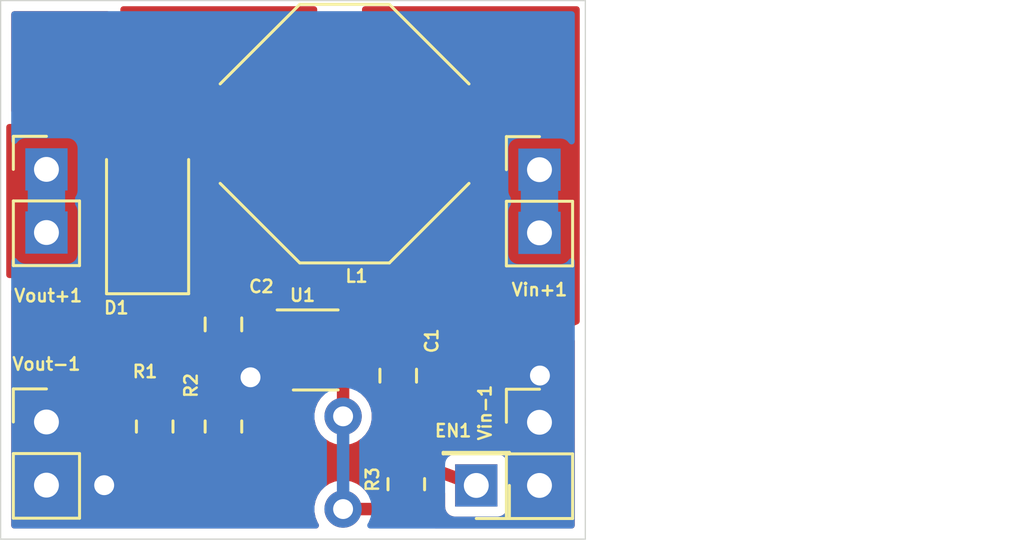
<source format=kicad_pcb>
(kicad_pcb (version 20171130) (host pcbnew "(5.1.10)-1")

  (general
    (thickness 1.6)
    (drawings 6)
    (tracks 40)
    (zones 0)
    (modules 13)
    (nets 9)
  )

  (page A4)
  (layers
    (0 F.Cu signal)
    (31 B.Cu signal)
    (32 B.Adhes user)
    (33 F.Adhes user)
    (34 B.Paste user)
    (35 F.Paste user)
    (36 B.SilkS user)
    (37 F.SilkS user)
    (38 B.Mask user)
    (39 F.Mask user)
    (40 Dwgs.User user)
    (41 Cmts.User user)
    (42 Eco1.User user)
    (43 Eco2.User user)
    (44 Edge.Cuts user)
    (45 Margin user)
    (46 B.CrtYd user)
    (47 F.CrtYd user)
    (48 B.Fab user)
    (49 F.Fab user)
  )

  (setup
    (last_trace_width 0.25)
    (user_trace_width 0.5)
    (user_trace_width 1)
    (user_trace_width 1.5)
    (user_trace_width 2)
    (user_trace_width 2.5)
    (trace_clearance 0.2)
    (zone_clearance 0.4)
    (zone_45_only no)
    (trace_min 0.2)
    (via_size 0.8)
    (via_drill 0.4)
    (via_min_size 0.4)
    (via_min_drill 0.3)
    (uvia_size 0.3)
    (uvia_drill 0.1)
    (uvias_allowed no)
    (uvia_min_size 0.2)
    (uvia_min_drill 0.1)
    (edge_width 0.05)
    (segment_width 0.2)
    (pcb_text_width 0.3)
    (pcb_text_size 1.5 1.5)
    (mod_edge_width 0.12)
    (mod_text_size 1 1)
    (mod_text_width 0.15)
    (pad_size 1.7 1.7)
    (pad_drill 1)
    (pad_to_mask_clearance 0)
    (aux_axis_origin 0 0)
    (grid_origin 63.13 47.29)
    (visible_elements 7FFFFFFF)
    (pcbplotparams
      (layerselection 0x010fc_ffffffff)
      (usegerberextensions false)
      (usegerberattributes true)
      (usegerberadvancedattributes true)
      (creategerberjobfile true)
      (excludeedgelayer true)
      (linewidth 0.100000)
      (plotframeref false)
      (viasonmask false)
      (mode 1)
      (useauxorigin false)
      (hpglpennumber 1)
      (hpglpenspeed 20)
      (hpglpendiameter 15.000000)
      (psnegative false)
      (psa4output false)
      (plotreference true)
      (plotvalue true)
      (plotinvisibletext false)
      (padsonsilk false)
      (subtractmaskfromsilk false)
      (outputformat 1)
      (mirror false)
      (drillshape 0)
      (scaleselection 1)
      (outputdirectory "gerber/"))
  )

  (net 0 "")
  (net 1 "Net-(C1-Pad1)")
  (net 2 "Net-(C2-Pad1)")
  (net 3 "Net-(D1-Pad2)")
  (net 4 "Net-(R1-Pad2)")
  (net 5 "Net-(U1-Pad6)")
  (net 6 "Net-(EN1-Pad1)")
  (net 7 GND)
  (net 8 "Net-(R3-Pad2)")

  (net_class Default "This is the default net class."
    (clearance 0.2)
    (trace_width 0.25)
    (via_dia 0.8)
    (via_drill 0.4)
    (uvia_dia 0.3)
    (uvia_drill 0.1)
    (add_net GND)
    (add_net "Net-(C1-Pad1)")
    (add_net "Net-(C2-Pad1)")
    (add_net "Net-(D1-Pad2)")
    (add_net "Net-(EN1-Pad1)")
    (add_net "Net-(R1-Pad2)")
    (add_net "Net-(R3-Pad2)")
    (add_net "Net-(U1-Pad6)")
  )

  (module Resistor_SMD:R_0805_2012Metric_Pad1.20x1.40mm_HandSolder (layer F.Cu) (tedit 5F68FEEE) (tstamp 61913B12)
    (at 59.81 52.32 270)
    (descr "Resistor SMD 0805 (2012 Metric), square (rectangular) end terminal, IPC_7351 nominal with elongated pad for handsoldering. (Body size source: IPC-SM-782 page 72, https://www.pcb-3d.com/wordpress/wp-content/uploads/ipc-sm-782a_amendment_1_and_2.pdf), generated with kicad-footprint-generator")
    (tags "resistor handsolder")
    (path /61863AB4)
    (attr smd)
    (fp_text reference R3 (at -0.19 1.36 90) (layer F.SilkS)
      (effects (font (size 0.5 0.5) (thickness 0.1)))
    )
    (fp_text value 4.7k (at -2.2225 -0.0635) (layer F.Fab)
      (effects (font (size 0.5 0.5) (thickness 0.1)))
    )
    (fp_line (start 1.85 0.95) (end -1.85 0.95) (layer F.CrtYd) (width 0.05))
    (fp_line (start 1.85 -0.95) (end 1.85 0.95) (layer F.CrtYd) (width 0.05))
    (fp_line (start -1.85 -0.95) (end 1.85 -0.95) (layer F.CrtYd) (width 0.05))
    (fp_line (start -1.85 0.95) (end -1.85 -0.95) (layer F.CrtYd) (width 0.05))
    (fp_line (start -0.227064 0.735) (end 0.227064 0.735) (layer F.SilkS) (width 0.12))
    (fp_line (start -0.227064 -0.735) (end 0.227064 -0.735) (layer F.SilkS) (width 0.12))
    (fp_line (start 1 0.625) (end -1 0.625) (layer F.Fab) (width 0.1))
    (fp_line (start 1 -0.625) (end 1 0.625) (layer F.Fab) (width 0.1))
    (fp_line (start -1 -0.625) (end 1 -0.625) (layer F.Fab) (width 0.1))
    (fp_line (start -1 0.625) (end -1 -0.625) (layer F.Fab) (width 0.1))
    (fp_text user %R (at 0 0 90) (layer F.Fab)
      (effects (font (size 0.5 0.5) (thickness 0.08)))
    )
    (pad 1 smd roundrect (at -1 0 270) (size 1.2 1.4) (layers F.Cu F.Paste F.Mask) (roundrect_rratio 0.2083325)
      (net 6 "Net-(EN1-Pad1)"))
    (pad 2 smd roundrect (at 1 0 270) (size 1.2 1.4) (layers F.Cu F.Paste F.Mask) (roundrect_rratio 0.2083325)
      (net 8 "Net-(R3-Pad2)"))
    (model ${KISYS3DMOD}/Resistor_SMD.3dshapes/R_0805_2012Metric.wrl
      (at (xyz 0 0 0))
      (scale (xyz 1 1 1))
      (rotate (xyz 0 0 0))
    )
  )

  (module Capacitor_SMD:C_0805_2012Metric_Pad1.18x1.45mm_HandSolder (layer F.Cu) (tedit 5F68FEEF) (tstamp 618E8B93)
    (at 59.4851 47.9543 270)
    (descr "Capacitor SMD 0805 (2012 Metric), square (rectangular) end terminal, IPC_7351 nominal with elongated pad for handsoldering. (Body size source: IPC-SM-782 page 76, https://www.pcb-3d.com/wordpress/wp-content/uploads/ipc-sm-782a_amendment_1_and_2.pdf, https://docs.google.com/spreadsheets/d/1BsfQQcO9C6DZCsRaXUlFlo91Tg2WpOkGARC1WS5S8t0/edit?usp=sharing), generated with kicad-footprint-generator")
    (tags "capacitor handsolder")
    (path /61784199)
    (attr smd)
    (fp_text reference C1 (at -1.402 -1.349 270) (layer F.SilkS)
      (effects (font (size 0.5 0.5) (thickness 0.1)))
    )
    (fp_text value 22u (at 0 1.68 90) (layer F.Fab)
      (effects (font (size 1 1) (thickness 0.15)))
    )
    (fp_line (start 1.88 0.98) (end -1.88 0.98) (layer F.CrtYd) (width 0.05))
    (fp_line (start 1.88 -0.98) (end 1.88 0.98) (layer F.CrtYd) (width 0.05))
    (fp_line (start -1.88 -0.98) (end 1.88 -0.98) (layer F.CrtYd) (width 0.05))
    (fp_line (start -1.88 0.98) (end -1.88 -0.98) (layer F.CrtYd) (width 0.05))
    (fp_line (start -0.261252 0.735) (end 0.261252 0.735) (layer F.SilkS) (width 0.12))
    (fp_line (start -0.261252 -0.735) (end 0.261252 -0.735) (layer F.SilkS) (width 0.12))
    (fp_line (start 1 0.625) (end -1 0.625) (layer F.Fab) (width 0.1))
    (fp_line (start 1 -0.625) (end 1 0.625) (layer F.Fab) (width 0.1))
    (fp_line (start -1 -0.625) (end 1 -0.625) (layer F.Fab) (width 0.1))
    (fp_line (start -1 0.625) (end -1 -0.625) (layer F.Fab) (width 0.1))
    (fp_text user %R (at 0 0 90) (layer F.Fab)
      (effects (font (size 0.5 0.5) (thickness 0.08)))
    )
    (pad 1 smd roundrect (at -1.0375 0 270) (size 1.175 1.45) (layers F.Cu F.Paste F.Mask) (roundrect_rratio 0.2127659574468085)
      (net 1 "Net-(C1-Pad1)"))
    (pad 2 smd roundrect (at 1.0375 0 270) (size 1.175 1.45) (layers F.Cu F.Paste F.Mask) (roundrect_rratio 0.2127659574468085)
      (net 7 GND))
    (model ${KISYS3DMOD}/Capacitor_SMD.3dshapes/C_0805_2012Metric.wrl
      (at (xyz 0 0 0))
      (scale (xyz 1 1 1))
      (rotate (xyz 0 0 0))
    )
  )

  (module Capacitor_SMD:C_0805_2012Metric_Pad1.18x1.45mm_HandSolder (layer F.Cu) (tedit 5F68FEEF) (tstamp 618E88AE)
    (at 52.462 45.8925 270)
    (descr "Capacitor SMD 0805 (2012 Metric), square (rectangular) end terminal, IPC_7351 nominal with elongated pad for handsoldering. (Body size source: IPC-SM-782 page 76, https://www.pcb-3d.com/wordpress/wp-content/uploads/ipc-sm-782a_amendment_1_and_2.pdf, https://docs.google.com/spreadsheets/d/1BsfQQcO9C6DZCsRaXUlFlo91Tg2WpOkGARC1WS5S8t0/edit?usp=sharing), generated with kicad-footprint-generator")
    (tags "capacitor handsolder")
    (path /61784BDC)
    (attr smd)
    (fp_text reference C2 (at -1.5235 -1.524 180) (layer F.SilkS)
      (effects (font (size 0.5 0.5) (thickness 0.1)))
    )
    (fp_text value 22u (at -2.7505 0.95 270) (layer F.Fab)
      (effects (font (size 0.5 0.5) (thickness 0.1)))
    )
    (fp_line (start -1 0.625) (end -1 -0.625) (layer F.Fab) (width 0.1))
    (fp_line (start -1 -0.625) (end 1 -0.625) (layer F.Fab) (width 0.1))
    (fp_line (start 1 -0.625) (end 1 0.625) (layer F.Fab) (width 0.1))
    (fp_line (start 1 0.625) (end -1 0.625) (layer F.Fab) (width 0.1))
    (fp_line (start -0.261252 -0.735) (end 0.261252 -0.735) (layer F.SilkS) (width 0.12))
    (fp_line (start -0.261252 0.735) (end 0.261252 0.735) (layer F.SilkS) (width 0.12))
    (fp_line (start -1.88 0.98) (end -1.88 -0.98) (layer F.CrtYd) (width 0.05))
    (fp_line (start -1.88 -0.98) (end 1.88 -0.98) (layer F.CrtYd) (width 0.05))
    (fp_line (start 1.88 -0.98) (end 1.88 0.98) (layer F.CrtYd) (width 0.05))
    (fp_line (start 1.88 0.98) (end -1.88 0.98) (layer F.CrtYd) (width 0.05))
    (fp_text user %R (at 0 0 90) (layer F.Fab)
      (effects (font (size 0.5 0.5) (thickness 0.08)))
    )
    (pad 2 smd roundrect (at 1.0375 0 270) (size 1.175 1.45) (layers F.Cu F.Paste F.Mask) (roundrect_rratio 0.2127659574468085)
      (net 7 GND))
    (pad 1 smd roundrect (at -1.0375 0 270) (size 1.175 1.45) (layers F.Cu F.Paste F.Mask) (roundrect_rratio 0.2127659574468085)
      (net 2 "Net-(C2-Pad1)"))
    (model ${KISYS3DMOD}/Capacitor_SMD.3dshapes/C_0805_2012Metric.wrl
      (at (xyz 0 0 0))
      (scale (xyz 1 1 1))
      (rotate (xyz 0 0 0))
    )
  )

  (module Diode_SMD:D_SMA (layer F.Cu) (tedit 586432E5) (tstamp 61913424)
    (at 49.414 41.26 90)
    (descr "Diode SMA (DO-214AC)")
    (tags "Diode SMA (DO-214AC)")
    (path /61783057)
    (attr smd)
    (fp_text reference D1 (at -3.964 -1.256 180) (layer F.SilkS)
      (effects (font (size 0.5 0.5) (thickness 0.1)))
    )
    (fp_text value SS34 (at 2.64 2.3 90) (layer F.Fab)
      (effects (font (size 0.5 0.5) (thickness 0.1)))
    )
    (fp_line (start -3.4 -1.65) (end 2 -1.65) (layer F.SilkS) (width 0.12))
    (fp_line (start -3.4 1.65) (end 2 1.65) (layer F.SilkS) (width 0.12))
    (fp_line (start -0.64944 0.00102) (end 0.50118 -0.79908) (layer F.Fab) (width 0.1))
    (fp_line (start -0.64944 0.00102) (end 0.50118 0.75032) (layer F.Fab) (width 0.1))
    (fp_line (start 0.50118 0.75032) (end 0.50118 -0.79908) (layer F.Fab) (width 0.1))
    (fp_line (start -0.64944 -0.79908) (end -0.64944 0.80112) (layer F.Fab) (width 0.1))
    (fp_line (start 0.50118 0.00102) (end 1.4994 0.00102) (layer F.Fab) (width 0.1))
    (fp_line (start -0.64944 0.00102) (end -1.55114 0.00102) (layer F.Fab) (width 0.1))
    (fp_line (start -3.5 1.75) (end -3.5 -1.75) (layer F.CrtYd) (width 0.05))
    (fp_line (start 3.5 1.75) (end -3.5 1.75) (layer F.CrtYd) (width 0.05))
    (fp_line (start 3.5 -1.75) (end 3.5 1.75) (layer F.CrtYd) (width 0.05))
    (fp_line (start -3.5 -1.75) (end 3.5 -1.75) (layer F.CrtYd) (width 0.05))
    (fp_line (start 2.3 -1.5) (end -2.3 -1.5) (layer F.Fab) (width 0.1))
    (fp_line (start 2.3 -1.5) (end 2.3 1.5) (layer F.Fab) (width 0.1))
    (fp_line (start -2.3 1.5) (end -2.3 -1.5) (layer F.Fab) (width 0.1))
    (fp_line (start 2.3 1.5) (end -2.3 1.5) (layer F.Fab) (width 0.1))
    (fp_line (start -3.4 -1.65) (end -3.4 1.65) (layer F.SilkS) (width 0.12))
    (fp_text user %R (at 0.1 -2.018 90) (layer F.Fab)
      (effects (font (size 0.5 0.5) (thickness 0.1)))
    )
    (pad 1 smd rect (at -2 0 90) (size 2.5 1.8) (layers F.Cu F.Paste F.Mask)
      (net 2 "Net-(C2-Pad1)"))
    (pad 2 smd rect (at 2 0 90) (size 2.5 1.8) (layers F.Cu F.Paste F.Mask)
      (net 3 "Net-(D1-Pad2)"))
    (model ${KISYS3DMOD}/Diode_SMD.3dshapes/D_SMA.wrl
      (at (xyz 0 0 0))
      (scale (xyz 1 1 1))
      (rotate (xyz 0 0 0))
    )
  )

  (module Connector_PinHeader_2.54mm:PinHeader_1x01_P2.54mm_Vertical (layer F.Cu) (tedit 59FED5CC) (tstamp 618FA5A1)
    (at 62.622 52.37 180)
    (descr "Through hole straight pin header, 1x01, 2.54mm pitch, single row")
    (tags "Through hole pin header THT 1x01 2.54mm single row")
    (path /6189409D)
    (fp_text reference EN1 (at 0.93 2.2 180) (layer F.SilkS)
      (effects (font (size 0.5 0.5) (thickness 0.1)))
    )
    (fp_text value C.EN (at 2.2225 -0.8255 90) (layer F.Fab)
      (effects (font (size 0.5 0.5) (thickness 0.1)))
    )
    (fp_line (start 1.8 -1.8) (end -1.8 -1.8) (layer F.CrtYd) (width 0.05))
    (fp_line (start 1.8 1.8) (end 1.8 -1.8) (layer F.CrtYd) (width 0.05))
    (fp_line (start -1.8 1.8) (end 1.8 1.8) (layer F.CrtYd) (width 0.05))
    (fp_line (start -1.8 -1.8) (end -1.8 1.8) (layer F.CrtYd) (width 0.05))
    (fp_line (start -1.33 -1.33) (end 0 -1.33) (layer F.SilkS) (width 0.12))
    (fp_line (start -1.33 0) (end -1.33 -1.33) (layer F.SilkS) (width 0.12))
    (fp_line (start -1.33 1.27) (end 1.33 1.27) (layer F.SilkS) (width 0.12))
    (fp_line (start 1.33 1.27) (end 1.33 1.33) (layer F.SilkS) (width 0.12))
    (fp_line (start -1.33 1.27) (end -1.33 1.33) (layer F.SilkS) (width 0.12))
    (fp_line (start -1.33 1.33) (end 1.33 1.33) (layer F.SilkS) (width 0.12))
    (fp_line (start -1.27 -0.635) (end -0.635 -1.27) (layer F.Fab) (width 0.1))
    (fp_line (start -1.27 1.27) (end -1.27 -0.635) (layer F.Fab) (width 0.1))
    (fp_line (start 1.27 1.27) (end -1.27 1.27) (layer F.Fab) (width 0.1))
    (fp_line (start 1.27 -1.27) (end 1.27 1.27) (layer F.Fab) (width 0.1))
    (fp_line (start -0.635 -1.27) (end 1.27 -1.27) (layer F.Fab) (width 0.1))
    (fp_text user %R (at 0 0 90) (layer F.Fab)
      (effects (font (size 1 1) (thickness 0.15)))
    )
    (pad 1 thru_hole rect (at 0 0 180) (size 1.7 1.7) (drill 1) (layers *.Cu *.Mask)
      (net 6 "Net-(EN1-Pad1)"))
    (model ${KISYS3DMOD}/Connector_PinHeader_2.54mm.3dshapes/PinHeader_1x01_P2.54mm_Vertical.wrl
      (at (xyz 0 0 0))
      (scale (xyz 1 1 1))
      (rotate (xyz 0 0 0))
    )
  )

  (module Resistor_SMD:R_0805_2012Metric_Pad1.20x1.40mm_HandSolder (layer F.Cu) (tedit 5F68FEEE) (tstamp 618FE8A2)
    (at 49.7 50 270)
    (descr "Resistor SMD 0805 (2012 Metric), square (rectangular) end terminal, IPC_7351 nominal with elongated pad for handsoldering. (Body size source: IPC-SM-782 page 72, https://www.pcb-3d.com/wordpress/wp-content/uploads/ipc-sm-782a_amendment_1_and_2.pdf), generated with kicad-footprint-generator")
    (tags "resistor handsolder")
    (path /61869B0C)
    (attr smd)
    (fp_text reference R1 (at -2.21 0.39 180) (layer F.SilkS)
      (effects (font (size 0.5 0.5) (thickness 0.1)))
    )
    (fp_text value 110k (at -1.11 1.378 90) (layer F.Fab)
      (effects (font (size 0.5 0.5) (thickness 0.1)))
    )
    (fp_line (start -1 0.625) (end -1 -0.625) (layer F.Fab) (width 0.1))
    (fp_line (start -1 -0.625) (end 1 -0.625) (layer F.Fab) (width 0.1))
    (fp_line (start 1 -0.625) (end 1 0.625) (layer F.Fab) (width 0.1))
    (fp_line (start 1 0.625) (end -1 0.625) (layer F.Fab) (width 0.1))
    (fp_line (start -0.227064 -0.735) (end 0.227064 -0.735) (layer F.SilkS) (width 0.12))
    (fp_line (start -0.227064 0.735) (end 0.227064 0.735) (layer F.SilkS) (width 0.12))
    (fp_line (start -1.85 0.95) (end -1.85 -0.95) (layer F.CrtYd) (width 0.05))
    (fp_line (start -1.85 -0.95) (end 1.85 -0.95) (layer F.CrtYd) (width 0.05))
    (fp_line (start 1.85 -0.95) (end 1.85 0.95) (layer F.CrtYd) (width 0.05))
    (fp_line (start 1.85 0.95) (end -1.85 0.95) (layer F.CrtYd) (width 0.05))
    (fp_text user %R (at 0 0 90) (layer F.Fab)
      (effects (font (size 0.5 0.5) (thickness 0.08)))
    )
    (pad 2 smd roundrect (at 1 0 270) (size 1.2 1.4) (layers F.Cu F.Paste F.Mask) (roundrect_rratio 0.2083325)
      (net 4 "Net-(R1-Pad2)"))
    (pad 1 smd roundrect (at -1 0 270) (size 1.2 1.4) (layers F.Cu F.Paste F.Mask) (roundrect_rratio 0.2083325)
      (net 2 "Net-(C2-Pad1)"))
    (model ${KISYS3DMOD}/Resistor_SMD.3dshapes/R_0805_2012Metric.wrl
      (at (xyz 0 0 0))
      (scale (xyz 1 1 1))
      (rotate (xyz 0 0 0))
    )
  )

  (module Resistor_SMD:R_0805_2012Metric_Pad1.20x1.40mm_HandSolder (layer F.Cu) (tedit 5F68FEEE) (tstamp 618E84A7)
    (at 52.462 50 90)
    (descr "Resistor SMD 0805 (2012 Metric), square (rectangular) end terminal, IPC_7351 nominal with elongated pad for handsoldering. (Body size source: IPC-SM-782 page 72, https://www.pcb-3d.com/wordpress/wp-content/uploads/ipc-sm-782a_amendment_1_and_2.pdf), generated with kicad-footprint-generator")
    (tags "resistor handsolder")
    (path /61781AD2)
    (attr smd)
    (fp_text reference R2 (at 1.65 -1.302 270) (layer F.SilkS)
      (effects (font (size 0.5 0.5) (thickness 0.1)))
    )
    (fp_text value 15k (at -1.42 1.592 90) (layer F.Fab)
      (effects (font (size 0.5 0.5) (thickness 0.1)))
    )
    (fp_line (start 1.85 0.95) (end -1.85 0.95) (layer F.CrtYd) (width 0.05))
    (fp_line (start 1.85 -0.95) (end 1.85 0.95) (layer F.CrtYd) (width 0.05))
    (fp_line (start -1.85 -0.95) (end 1.85 -0.95) (layer F.CrtYd) (width 0.05))
    (fp_line (start -1.85 0.95) (end -1.85 -0.95) (layer F.CrtYd) (width 0.05))
    (fp_line (start -0.227064 0.735) (end 0.227064 0.735) (layer F.SilkS) (width 0.12))
    (fp_line (start -0.227064 -0.735) (end 0.227064 -0.735) (layer F.SilkS) (width 0.12))
    (fp_line (start 1 0.625) (end -1 0.625) (layer F.Fab) (width 0.1))
    (fp_line (start 1 -0.625) (end 1 0.625) (layer F.Fab) (width 0.1))
    (fp_line (start -1 -0.625) (end 1 -0.625) (layer F.Fab) (width 0.1))
    (fp_line (start -1 0.625) (end -1 -0.625) (layer F.Fab) (width 0.1))
    (fp_text user %R (at 0 0 90) (layer F.Fab)
      (effects (font (size 0.5 0.5) (thickness 0.08)))
    )
    (pad 1 smd roundrect (at -1 0 90) (size 1.2 1.4) (layers F.Cu F.Paste F.Mask) (roundrect_rratio 0.2083325)
      (net 4 "Net-(R1-Pad2)"))
    (pad 2 smd roundrect (at 1 0 90) (size 1.2 1.4) (layers F.Cu F.Paste F.Mask) (roundrect_rratio 0.2083325)
      (net 7 GND))
    (model ${KISYS3DMOD}/Resistor_SMD.3dshapes/R_0805_2012Metric.wrl
      (at (xyz 0 0 0))
      (scale (xyz 1 1 1))
      (rotate (xyz 0 0 0))
    )
  )

  (module Package_TO_SOT_SMD:SOT-23-6 (layer F.Cu) (tedit 618E8DC9) (tstamp 618E9559)
    (at 56.17 46.92)
    (descr "6-pin SOT-23 package")
    (tags SOT-23-6)
    (path /6178526D)
    (zone_connect 2)
    (attr smd)
    (fp_text reference U1 (at -0.53 -2.2) (layer F.SilkS)
      (effects (font (size 0.5 0.5) (thickness 0.1)))
    )
    (fp_text value MT3608 (at 1.534 -2.264) (layer F.Fab)
      (effects (font (size 0.5 0.5) (thickness 0.1)))
    )
    (fp_line (start 0.9 -1.55) (end 0.9 1.55) (layer F.Fab) (width 0.1))
    (fp_line (start 0.9 1.55) (end -0.9 1.55) (layer F.Fab) (width 0.1))
    (fp_line (start -0.9 -0.9) (end -0.9 1.55) (layer F.Fab) (width 0.1))
    (fp_line (start 0.9 -1.55) (end -0.25 -1.55) (layer F.Fab) (width 0.1))
    (fp_line (start -0.9 -0.9) (end -0.25 -1.55) (layer F.Fab) (width 0.1))
    (fp_line (start -1.9 -1.8) (end -1.9 1.8) (layer F.CrtYd) (width 0.05))
    (fp_line (start -1.9 1.8) (end 1.9 1.8) (layer F.CrtYd) (width 0.05))
    (fp_line (start 1.9 1.8) (end 1.9 -1.8) (layer F.CrtYd) (width 0.05))
    (fp_line (start 1.9 -1.8) (end -1.9 -1.8) (layer F.CrtYd) (width 0.05))
    (fp_line (start 0.9 -1.61) (end -1.55 -1.61) (layer F.SilkS) (width 0.12))
    (fp_line (start -0.9 1.61) (end 0.9 1.61) (layer F.SilkS) (width 0.12))
    (fp_text user %R (at 0 0 90) (layer F.Fab)
      (effects (font (size 0.5 0.5) (thickness 0.075)))
    )
    (pad 1 smd rect (at -1.1 -0.95) (size 1.06 0.65) (layers F.Cu F.Paste F.Mask)
      (net 3 "Net-(D1-Pad2)") (zone_connect 2))
    (pad 2 smd rect (at -1.1 0) (size 1.06 0.65) (layers F.Cu F.Paste F.Mask)
      (net 7 GND) (zone_connect 2))
    (pad 3 smd rect (at -1.1 0.95) (size 1.06 0.65) (layers F.Cu F.Paste F.Mask)
      (net 4 "Net-(R1-Pad2)") (zone_connect 2))
    (pad 4 smd rect (at 1.1 0.95) (size 1.06 0.65) (layers F.Cu F.Paste F.Mask)
      (net 8 "Net-(R3-Pad2)") (zone_connect 2))
    (pad 6 smd rect (at 1.1 -0.95) (size 1.06 0.65) (layers F.Cu F.Paste F.Mask)
      (net 5 "Net-(U1-Pad6)") (zone_connect 2))
    (pad 5 smd rect (at 1.1 0) (size 1.06 0.65) (layers F.Cu F.Paste F.Mask)
      (net 1 "Net-(C1-Pad1)") (zone_connect 2))
    (model ${KISYS3DMOD}/Package_TO_SOT_SMD.3dshapes/SOT-23-6.wrl
      (at (xyz 0 0 0))
      (scale (xyz 1 1 1))
      (rotate (xyz 0 0 0))
    )
  )

  (module Connector_PinHeader_2.54mm:PinHeader_1x02_P2.54mm_Vertical (layer F.Cu) (tedit 618FAA6E) (tstamp 6191337F)
    (at 65.162 39.67)
    (descr "Through hole straight pin header, 1x02, 2.54mm pitch, single row")
    (tags "Through hole pin header THT 1x02 2.54mm single row")
    (path /61892F82)
    (fp_text reference Vin+1 (at 0 4.826 180) (layer F.SilkS)
      (effects (font (size 0.5 0.5) (thickness 0.1)))
    )
    (fp_text value Vin+ (at 0.762 4.826) (layer F.Fab)
      (effects (font (size 0.5 0.5) (thickness 0.1)))
    )
    (fp_line (start -0.635 -1.27) (end 1.27 -1.27) (layer F.Fab) (width 0.1))
    (fp_line (start 1.27 -1.27) (end 1.27 3.81) (layer F.Fab) (width 0.1))
    (fp_line (start 1.27 3.81) (end -1.27 3.81) (layer F.Fab) (width 0.1))
    (fp_line (start -1.27 3.81) (end -1.27 -0.635) (layer F.Fab) (width 0.1))
    (fp_line (start -1.27 -0.635) (end -0.635 -1.27) (layer F.Fab) (width 0.1))
    (fp_line (start -1.33 3.87) (end 1.33 3.87) (layer F.SilkS) (width 0.12))
    (fp_line (start -1.33 1.27) (end -1.33 3.87) (layer F.SilkS) (width 0.12))
    (fp_line (start 1.33 1.27) (end 1.33 3.87) (layer F.SilkS) (width 0.12))
    (fp_line (start -1.33 1.27) (end 1.33 1.27) (layer F.SilkS) (width 0.12))
    (fp_line (start -1.33 0) (end -1.33 -1.33) (layer F.SilkS) (width 0.12))
    (fp_line (start -1.33 -1.33) (end 0 -1.33) (layer F.SilkS) (width 0.12))
    (fp_line (start -1.8 -1.8) (end -1.8 4.35) (layer F.CrtYd) (width 0.05))
    (fp_line (start -1.8 4.35) (end 1.8 4.35) (layer F.CrtYd) (width 0.05))
    (fp_line (start 1.8 4.35) (end 1.8 -1.8) (layer F.CrtYd) (width 0.05))
    (fp_line (start 1.8 -1.8) (end -1.8 -1.8) (layer F.CrtYd) (width 0.05))
    (fp_text user %R (at 0 1.27 90) (layer F.Fab)
      (effects (font (size 1 1) (thickness 0.15)))
    )
    (pad 2 thru_hole rect (at 0 2.54) (size 1.7 1.7) (drill 1) (layers *.Cu *.Mask)
      (net 1 "Net-(C1-Pad1)"))
    (pad 1 thru_hole rect (at 0 0) (size 1.7 1.7) (drill 1) (layers *.Cu *.Mask)
      (net 1 "Net-(C1-Pad1)"))
    (model ${KISYS3DMOD}/Connector_PinHeader_2.54mm.3dshapes/PinHeader_1x02_P2.54mm_Vertical.wrl
      (at (xyz 0 0 0))
      (scale (xyz 1 1 1))
      (rotate (xyz 0 0 0))
    )
  )

  (module Connector_PinHeader_2.54mm:PinHeader_1x02_P2.54mm_Vertical (layer F.Cu) (tedit 618FAA61) (tstamp 61912E83)
    (at 45.35 39.6573)
    (descr "Through hole straight pin header, 1x02, 2.54mm pitch, single row")
    (tags "Through hole pin header THT 1x02 2.54mm single row")
    (path /618967E1)
    (fp_text reference Vout+1 (at 0.07 5.08) (layer F.SilkS)
      (effects (font (size 0.5 0.5) (thickness 0.1)))
    )
    (fp_text value Vout+ (at 0 -1.778) (layer F.Fab)
      (effects (font (size 0.5 0.5) (thickness 0.1)))
    )
    (fp_line (start 1.8 -1.8) (end -1.8 -1.8) (layer F.CrtYd) (width 0.05))
    (fp_line (start 1.8 4.35) (end 1.8 -1.8) (layer F.CrtYd) (width 0.05))
    (fp_line (start -1.8 4.35) (end 1.8 4.35) (layer F.CrtYd) (width 0.05))
    (fp_line (start -1.8 -1.8) (end -1.8 4.35) (layer F.CrtYd) (width 0.05))
    (fp_line (start -1.33 -1.33) (end 0 -1.33) (layer F.SilkS) (width 0.12))
    (fp_line (start -1.33 0) (end -1.33 -1.33) (layer F.SilkS) (width 0.12))
    (fp_line (start -1.33 1.27) (end 1.33 1.27) (layer F.SilkS) (width 0.12))
    (fp_line (start 1.33 1.27) (end 1.33 3.87) (layer F.SilkS) (width 0.12))
    (fp_line (start -1.33 1.27) (end -1.33 3.87) (layer F.SilkS) (width 0.12))
    (fp_line (start -1.33 3.87) (end 1.33 3.87) (layer F.SilkS) (width 0.12))
    (fp_line (start -1.27 -0.635) (end -0.635 -1.27) (layer F.Fab) (width 0.1))
    (fp_line (start -1.27 3.81) (end -1.27 -0.635) (layer F.Fab) (width 0.1))
    (fp_line (start 1.27 3.81) (end -1.27 3.81) (layer F.Fab) (width 0.1))
    (fp_line (start 1.27 -1.27) (end 1.27 3.81) (layer F.Fab) (width 0.1))
    (fp_line (start -0.635 -1.27) (end 1.27 -1.27) (layer F.Fab) (width 0.1))
    (fp_text user %R (at 0 1.27 90) (layer F.Fab)
      (effects (font (size 1 1) (thickness 0.15)))
    )
    (pad 1 thru_hole rect (at 0 0) (size 1.7 1.7) (drill 1) (layers *.Cu *.Mask)
      (net 2 "Net-(C2-Pad1)"))
    (pad 2 thru_hole rect (at 0 2.54) (size 1.7 1.7) (drill 1) (layers *.Cu *.Mask)
      (net 2 "Net-(C2-Pad1)"))
    (model ${KISYS3DMOD}/Connector_PinHeader_2.54mm.3dshapes/PinHeader_1x02_P2.54mm_Vertical.wrl
      (at (xyz 0 0 0))
      (scale (xyz 1 1 1))
      (rotate (xyz 0 0 0))
    )
  )

  (module Connector_PinHeader_2.54mm:PinHeader_1x02_P2.54mm_Vertical (layer F.Cu) (tedit 618FAA73) (tstamp 618D3EE8)
    (at 65.162 49.83)
    (descr "Through hole straight pin header, 1x02, 2.54mm pitch, single row")
    (tags "Through hole pin header THT 1x02 2.54mm single row")
    (path /618D394C)
    (fp_text reference Vin-1 (at -2.19 -0.39 90) (layer F.SilkS)
      (effects (font (size 0.5 0.5) (thickness 0.1)))
    )
    (fp_text value Vin- (at 1.54 4.35) (layer F.Fab)
      (effects (font (size 0.5 0.5) (thickness 0.1)))
    )
    (fp_line (start -0.635 -1.27) (end 1.27 -1.27) (layer F.Fab) (width 0.1))
    (fp_line (start 1.27 -1.27) (end 1.27 3.81) (layer F.Fab) (width 0.1))
    (fp_line (start 1.27 3.81) (end -1.27 3.81) (layer F.Fab) (width 0.1))
    (fp_line (start -1.27 3.81) (end -1.27 -0.635) (layer F.Fab) (width 0.1))
    (fp_line (start -1.27 -0.635) (end -0.635 -1.27) (layer F.Fab) (width 0.1))
    (fp_line (start -1.33 3.87) (end 1.33 3.87) (layer F.SilkS) (width 0.12))
    (fp_line (start -1.33 1.27) (end -1.33 3.87) (layer F.SilkS) (width 0.12))
    (fp_line (start 1.33 1.27) (end 1.33 3.87) (layer F.SilkS) (width 0.12))
    (fp_line (start -1.33 1.27) (end 1.33 1.27) (layer F.SilkS) (width 0.12))
    (fp_line (start -1.33 0) (end -1.33 -1.33) (layer F.SilkS) (width 0.12))
    (fp_line (start -1.33 -1.33) (end 0 -1.33) (layer F.SilkS) (width 0.12))
    (fp_line (start -1.8 -1.8) (end -1.8 4.35) (layer F.CrtYd) (width 0.05))
    (fp_line (start -1.8 4.35) (end 1.8 4.35) (layer F.CrtYd) (width 0.05))
    (fp_line (start 1.8 4.35) (end 1.8 -1.8) (layer F.CrtYd) (width 0.05))
    (fp_line (start 1.8 -1.8) (end -1.8 -1.8) (layer F.CrtYd) (width 0.05))
    (fp_text user %R (at 0 1.27 90) (layer F.Fab)
      (effects (font (size 1 1) (thickness 0.15)))
    )
    (pad 1 thru_hole rect (at 0 0) (size 1.7 1.7) (drill 1) (layers *.Cu *.Mask)
      (net 7 GND))
    (pad 2 thru_hole rect (at 0 2.54) (size 1.7 1.7) (drill 1) (layers *.Cu *.Mask)
      (net 7 GND))
    (model ${KISYS3DMOD}/Connector_PinHeader_2.54mm.3dshapes/PinHeader_1x02_P2.54mm_Vertical.wrl
      (at (xyz 0 0 0))
      (scale (xyz 1 1 1))
      (rotate (xyz 0 0 0))
    )
  )

  (module Connector_PinHeader_2.54mm:PinHeader_1x02_P2.54mm_Vertical (layer F.Cu) (tedit 618FAA68) (tstamp 618D3CAE)
    (at 45.35 49.8173)
    (descr "Through hole straight pin header, 1x02, 2.54mm pitch, single row")
    (tags "Through hole pin header THT 1x02 2.54mm single row")
    (path /618DE30C)
    (fp_text reference Vout-1 (at 0 -2.33) (layer F.SilkS)
      (effects (font (size 0.5 0.5) (thickness 0.1)))
    )
    (fp_text value Vout- (at 0.8806 4.3427) (layer F.Fab)
      (effects (font (size 0.5 0.5) (thickness 0.1)))
    )
    (fp_line (start 1.8 -1.8) (end -1.8 -1.8) (layer F.CrtYd) (width 0.05))
    (fp_line (start 1.8 4.35) (end 1.8 -1.8) (layer F.CrtYd) (width 0.05))
    (fp_line (start -1.8 4.35) (end 1.8 4.35) (layer F.CrtYd) (width 0.05))
    (fp_line (start -1.8 -1.8) (end -1.8 4.35) (layer F.CrtYd) (width 0.05))
    (fp_line (start -1.33 -1.33) (end 0 -1.33) (layer F.SilkS) (width 0.12))
    (fp_line (start -1.33 0) (end -1.33 -1.33) (layer F.SilkS) (width 0.12))
    (fp_line (start -1.33 1.27) (end 1.33 1.27) (layer F.SilkS) (width 0.12))
    (fp_line (start 1.33 1.27) (end 1.33 3.87) (layer F.SilkS) (width 0.12))
    (fp_line (start -1.33 1.27) (end -1.33 3.87) (layer F.SilkS) (width 0.12))
    (fp_line (start -1.33 3.87) (end 1.33 3.87) (layer F.SilkS) (width 0.12))
    (fp_line (start -1.27 -0.635) (end -0.635 -1.27) (layer F.Fab) (width 0.1))
    (fp_line (start -1.27 3.81) (end -1.27 -0.635) (layer F.Fab) (width 0.1))
    (fp_line (start 1.27 3.81) (end -1.27 3.81) (layer F.Fab) (width 0.1))
    (fp_line (start 1.27 -1.27) (end 1.27 3.81) (layer F.Fab) (width 0.1))
    (fp_line (start -0.635 -1.27) (end 1.27 -1.27) (layer F.Fab) (width 0.1))
    (fp_text user %R (at 0 1.27 90) (layer F.Fab)
      (effects (font (size 1 1) (thickness 0.15)))
    )
    (pad 2 thru_hole rect (at 0 2.54) (size 1.7 1.7) (drill 1) (layers *.Cu *.Mask)
      (net 7 GND))
    (pad 1 thru_hole rect (at 0 0) (size 1.7 1.7) (drill 1) (layers *.Cu *.Mask)
      (net 7 GND))
    (model ${KISYS3DMOD}/Connector_PinHeader_2.54mm.3dshapes/PinHeader_1x02_P2.54mm_Vertical.wrl
      (at (xyz 0 0 0))
      (scale (xyz 1 1 1))
      (rotate (xyz 0 0 0))
    )
  )

  (module Inductor_SMD:L_Bourns-SRU1028_10.0x10.0mm (layer F.Cu) (tedit 5DA0DC6F) (tstamp 619921E9)
    (at 57.33 38.22 180)
    (descr "Bourns SRU1028 series SMD inductor, https://www.bourns.com/docs/Product-Datasheets/SRU1028.pdf")
    (tags "Bourns SRU1028 SMD inductor")
    (path /61782332)
    (attr smd)
    (fp_text reference L1 (at -0.48 -5.73) (layer F.SilkS)
      (effects (font (size 0.5 0.5) (thickness 0.1)))
    )
    (fp_text value 4.7uH (at -0.03 1.9) (layer F.Fab)
      (effects (font (size 1 1) (thickness 0.15)))
    )
    (fp_line (start 5.65 -5.25) (end 5.65 5.25) (layer F.CrtYd) (width 0.05))
    (fp_line (start 5.65 5.25) (end -5.65 5.25) (layer F.CrtYd) (width 0.05))
    (fp_line (start -5.65 5.25) (end -5.65 -5.25) (layer F.CrtYd) (width 0.05))
    (fp_line (start -5.65 -5.25) (end 5.65 -5.25) (layer F.CrtYd) (width 0.05))
    (fp_line (start 1.8 -5.2) (end 5 -2) (layer F.SilkS) (width 0.12))
    (fp_line (start 1.8 5.2) (end 5 2) (layer F.SilkS) (width 0.12))
    (fp_line (start 1.8 5.2) (end -1.8 5.2) (layer F.SilkS) (width 0.12))
    (fp_line (start -1.8 5.2) (end -5 2) (layer F.SilkS) (width 0.12))
    (fp_line (start -1.8 -5.2) (end 1.8 -5.2) (layer F.SilkS) (width 0.12))
    (fp_line (start 5 -1.7) (end 5 1.7) (layer F.Fab) (width 0.1))
    (fp_line (start 5 1.7) (end 1.7 5) (layer F.Fab) (width 0.1))
    (fp_line (start 1.7 5) (end -1.7 5) (layer F.Fab) (width 0.1))
    (fp_line (start -1.7 5) (end -5 1.7) (layer F.Fab) (width 0.1))
    (fp_line (start -5 1.7) (end -5 -1.7) (layer F.Fab) (width 0.1))
    (fp_line (start -5 -1.7) (end -1.7 -5) (layer F.Fab) (width 0.1))
    (fp_line (start -1.7 -5) (end 1.7 -5) (layer F.Fab) (width 0.1))
    (fp_line (start 1.7 -5) (end 5 -1.7) (layer F.Fab) (width 0.1))
    (fp_circle (center 0 0) (end 3.7 0) (layer F.Fab) (width 0.1))
    (fp_line (start -1.8 -5.2) (end -5 -2) (layer F.SilkS) (width 0.12))
    (fp_text user %R (at 0 0) (layer F.Fab)
      (effects (font (size 1 1) (thickness 0.15)))
    )
    (pad 1 smd rect (at -4.5 0 180) (size 1.8 3.6) (layers F.Cu F.Paste F.Mask)
      (net 1 "Net-(C1-Pad1)"))
    (pad 2 smd rect (at 4.5 0 180) (size 1.8 3.6) (layers F.Cu F.Paste F.Mask)
      (net 3 "Net-(D1-Pad2)"))
    (model ${KISYS3DMOD}/Inductor_SMD.3dshapes/L_Bourns-SRU1028_10.0x10.0mm.wrl
      (at (xyz 0 0 0))
      (scale (xyz 1 1 1))
      (rotate (xyz 0 0 0))
    )
  )

  (gr_line (start 43.5085 54.529) (end 43.51 32.87) (layer Edge.Cuts) (width 0.05) (tstamp 619132A7))
  (gr_line (start 67.0035 54.529) (end 43.5085 54.529) (layer Edge.Cuts) (width 0.05))
  (gr_line (start 67.005 32.87) (end 67.0035 54.529) (layer Edge.Cuts) (width 0.05))
  (gr_line (start 43.51 32.87) (end 67.005 32.87) (layer Edge.Cuts) (width 0.05))
  (dimension 7.62 (width 0.15) (layer Dwgs.User) (tstamp 619139DB)
    (gr_text "7.620 mm" (at 77.384 45.004 90) (layer Dwgs.User) (tstamp 619139DB)
      (effects (font (size 0.5 0.5) (thickness 0.1)))
    )
    (feature1 (pts (xy 72.02 41.194) (xy 76.670421 41.194)))
    (feature2 (pts (xy 72.02 48.814) (xy 76.670421 48.814)))
    (crossbar (pts (xy 76.084 48.814) (xy 76.084 41.194)))
    (arrow1a (pts (xy 76.084 41.194) (xy 76.670421 42.320504)))
    (arrow1b (pts (xy 76.084 41.194) (xy 75.497579 42.320504)))
    (arrow2a (pts (xy 76.084 48.814) (xy 76.670421 47.687496)))
    (arrow2b (pts (xy 76.084 48.814) (xy 75.497579 47.687496)))
  )
  (dimension 7.62 (width 0.15) (layer Dwgs.User)
    (gr_text "7.620 mm" (at 78.952 44.92 90) (layer Dwgs.User)
      (effects (font (size 0.5 0.5) (thickness 0.1)))
    )
    (feature1 (pts (xy 84.57 41.11) (xy 79.665579 41.11)))
    (feature2 (pts (xy 84.57 48.73) (xy 79.665579 48.73)))
    (crossbar (pts (xy 80.252 48.73) (xy 80.252 41.11)))
    (arrow1a (pts (xy 80.252 41.11) (xy 80.838421 42.236504)))
    (arrow1b (pts (xy 80.252 41.11) (xy 79.665579 42.236504)))
    (arrow2a (pts (xy 80.252 48.73) (xy 80.838421 47.603496)))
    (arrow2b (pts (xy 80.252 48.73) (xy 79.665579 47.603496)))
  )

  (segment (start 64.892 39.36) (end 65.282 39.75) (width 0.25) (layer F.Cu) (net 1))
  (segment (start 65.282 42.29) (end 65.282 44.808) (width 0.25) (layer F.Cu) (net 1))
  (segment (start 63.0932 46.9968) (end 59.6051 46.9968) (width 0.25) (layer F.Cu) (net 1))
  (segment (start 65.282 44.808) (end 63.0932 46.9968) (width 0.25) (layer F.Cu) (net 1))
  (segment (start 59.6019 47) (end 59.6051 46.9968) (width 0.25) (layer F.Cu) (net 1))
  (segment (start 57.36 46.92) (end 59.5719 46.92) (width 0.65) (layer F.Cu) (net 1))
  (segment (start 65.162 39.67) (end 65.162 42.21) (width 1.5) (layer B.Cu) (net 1))
  (segment (start 63.712 38.22) (end 65.162 39.67) (width 0.25) (layer F.Cu) (net 1))
  (segment (start 61.83 38.22) (end 63.712 38.22) (width 0.25) (layer F.Cu) (net 1))
  (segment (start 45.35 42.1973) (end 45.35 43.25) (width 0.25) (layer F.Cu) (net 2))
  (segment (start 45.36 43.26) (end 49.414 43.26) (width 0.25) (layer F.Cu) (net 2))
  (segment (start 45.35 43.25) (end 45.36 43.26) (width 0.25) (layer F.Cu) (net 2))
  (segment (start 49.414 48.714) (end 49.7 49) (width 0.25) (layer F.Cu) (net 2))
  (segment (start 49.414 43.26) (end 49.414 48.714) (width 0.25) (layer F.Cu) (net 2))
  (segment (start 50.867 43.26) (end 52.462 44.855) (width 0.25) (layer F.Cu) (net 2))
  (segment (start 49.414 43.26) (end 50.867 43.26) (width 0.25) (layer F.Cu) (net 2))
  (segment (start 45.35 39.6573) (end 45.35 42.1973) (width 1.5) (layer B.Cu) (net 2))
  (segment (start 54.96 45.86) (end 55.07 45.97) (width 0.25) (layer F.Cu) (net 3))
  (segment (start 50.454 38.22) (end 49.414 39.26) (width 0.25) (layer F.Cu) (net 3))
  (segment (start 52.83 38.22) (end 50.454 38.22) (width 0.25) (layer F.Cu) (net 3))
  (segment (start 52.83 38.22) (end 52.83 41.92) (width 0.25) (layer F.Cu) (net 3))
  (segment (start 55.07 44.16) (end 55.07 45.97) (width 0.25) (layer F.Cu) (net 3))
  (segment (start 52.83 41.92) (end 55.07 44.16) (width 0.25) (layer F.Cu) (net 3))
  (segment (start 49.7 51) (end 52.462 51) (width 0.5) (layer F.Cu) (net 4))
  (segment (start 55.06 49.92) (end 52.462 51) (width 0.5) (layer F.Cu) (net 4))
  (segment (start 55.07 47.87) (end 55.06 49.92) (width 0.5) (layer F.Cu) (net 4))
  (segment (start 59.81 51.32) (end 62.622 52.37) (width 0.5) (layer F.Cu) (net 6))
  (via (at 53.55 48.02) (size 1) (drill 0.8) (layers F.Cu B.Cu) (net 7))
  (via (at 47.67 52.36) (size 1) (drill 0.8) (layers F.Cu B.Cu) (net 7))
  (via (at 65.18 47.95) (size 1) (drill 0.8) (layers F.Cu B.Cu) (net 7))
  (segment (start 52.462 49) (end 52.462 46.93) (width 0.25) (layer F.Cu) (net 7))
  (segment (start 55.06 46.93) (end 55.07 46.92) (width 0.25) (layer F.Cu) (net 7))
  (segment (start 52.462 46.93) (end 55.06 46.93) (width 0.25) (layer F.Cu) (net 7))
  (segment (start 45.35 49.8173) (end 45.35 52.3573) (width 0.25) (layer B.Cu) (net 7))
  (segment (start 65.162 49.83) (end 65.162 52.37) (width 0.25) (layer B.Cu) (net 7))
  (via (at 57.27 49.59) (size 1.5) (drill 0.8) (layers F.Cu B.Cu) (net 8) (status 40000))
  (via (at 57.27 53.32) (size 1.5) (drill 0.8) (layers F.Cu B.Cu) (net 8) (tstamp 61913B8A) (status 40000))
  (segment (start 57.27 49.59) (end 57.27 47.87) (width 0.5) (layer F.Cu) (net 8))
  (segment (start 57.27 49.59) (end 57.27 53.32) (width 0.5) (layer B.Cu) (net 8))
  (segment (start 57.27 53.32) (end 59.81 53.32) (width 0.5) (layer F.Cu) (net 8))

  (zone (net 2) (net_name "Net-(C2-Pad1)") (layer F.Cu) (tstamp 0) (hatch edge 0.508)
    (priority 1)
    (connect_pads yes (clearance 0.2))
    (min_thickness 0.254)
    (fill yes (arc_segments 32) (thermal_gap 0.508) (thermal_bridge_width 0.508))
    (polygon
      (pts
        (xy 47.18 42.01) (xy 50.31 42.01) (xy 52.07 44.27) (xy 53.19 44.27) (xy 53.19 45.44)
        (xy 50.4 45.44) (xy 50.4 49.6) (xy 49 49.6) (xy 49 48.53) (xy 47.17 44.02)
        (xy 43.53 44.03) (xy 43.52 37.83) (xy 47.18 37.83)
      )
    )
    (filled_polygon
      (pts
        (xy 47.053 42.01) (xy 47.05544 42.034776) (xy 47.062667 42.058601) (xy 47.074403 42.080557) (xy 47.090197 42.099803)
        (xy 47.109443 42.115597) (xy 47.131399 42.127333) (xy 47.155224 42.13456) (xy 47.18 42.137) (xy 50.247934 42.137)
        (xy 51.9698 44.348032) (xy 51.986949 44.366081) (xy 52.007289 44.380437) (xy 52.030039 44.390549) (xy 52.054325 44.396029)
        (xy 52.07 44.397) (xy 53.063 44.397) (xy 53.063 45.313) (xy 50.4 45.313) (xy 50.375224 45.31544)
        (xy 50.351399 45.322667) (xy 50.329443 45.334403) (xy 50.310197 45.350197) (xy 50.294403 45.369443) (xy 50.282667 45.391399)
        (xy 50.27544 45.415224) (xy 50.273 45.44) (xy 50.273 49.473) (xy 49.127 49.473) (xy 49.127 48.53)
        (xy 49.12456 48.505224) (xy 49.117681 48.482249) (xy 47.287681 43.972249) (xy 47.276104 43.950208) (xy 47.26045 43.930849)
        (xy 47.241319 43.914916) (xy 47.219448 43.903022) (xy 47.195677 43.895623) (xy 47.169651 43.893) (xy 43.861235 43.902089)
        (xy 43.861647 37.957) (xy 47.053 37.957)
      )
    )
  )
  (zone (net 3) (net_name "Net-(D1-Pad2)") (layer F.Cu) (tstamp 0) (hatch edge 0.508)
    (priority 1)
    (connect_pads yes (clearance 0.2))
    (min_thickness 0.254)
    (fill yes (arc_segments 32) (thermal_gap 0.508) (thermal_bridge_width 0.508))
    (polygon
      (pts
        (xy 56.23 46.3) (xy 54.34 46.3) (xy 54.34 43.96) (xy 51.42 40.72) (xy 48.32 40.72)
        (xy 48.32 32.89) (xy 56.23 32.89)
      )
    )
    (filled_polygon
      (pts
        (xy 56.103 46.173) (xy 54.467 46.173) (xy 54.467 43.96) (xy 54.46456 43.935224) (xy 54.457333 43.911399)
        (xy 54.445597 43.889443) (xy 54.43434 43.874977) (xy 51.51434 40.634977) (xy 51.495941 40.618206) (xy 51.474622 40.605347)
        (xy 51.451205 40.596893) (xy 51.42 40.593) (xy 48.447 40.593) (xy 48.447 33.222) (xy 56.103 33.222)
      )
    )
  )
  (zone (net 1) (net_name "Net-(C1-Pad1)") (layer F.Cu) (tstamp 0) (hatch edge 0.508)
    (priority 1)
    (connect_pads yes (clearance 0.2))
    (min_thickness 0.254)
    (fill yes (arc_segments 32) (thermal_gap 0.508) (thermal_bridge_width 0.508))
    (polygon
      (pts
        (xy 67.0035 45.7575) (xy 62.82 47.5) (xy 58.03 47.495) (xy 58.03 32.885) (xy 67.0035 32.9475)
      )
    )
    (filled_polygon
      (pts
        (xy 66.652107 45.766285) (xy 62.794672 47.372973) (xy 58.157 47.368132) (xy 58.157 33.222) (xy 66.652976 33.222)
      )
    )
  )
  (zone (net 7) (net_name GND) (layer B.Cu) (tstamp 0) (hatch edge 0.508)
    (connect_pads yes (clearance 0.4))
    (min_thickness 0.254)
    (fill yes (arc_segments 32) (thermal_gap 0.508) (thermal_bridge_width 0.508))
    (polygon
      (pts
        (xy 67.0035 54.529) (xy 43.5085 54.529) (xy 43.5085 32.8755) (xy 67.0035 32.8755)
      )
    )
    (filled_polygon
      (pts
        (xy 66.452609 38.526368) (xy 66.452304 38.525798) (xy 66.386448 38.445552) (xy 66.306202 38.379696) (xy 66.21465 38.330761)
        (xy 66.11531 38.300626) (xy 66.012 38.290451) (xy 64.312 38.290451) (xy 64.20869 38.300626) (xy 64.10935 38.330761)
        (xy 64.017798 38.379696) (xy 63.937552 38.445552) (xy 63.871696 38.525798) (xy 63.822761 38.61735) (xy 63.792626 38.71669)
        (xy 63.782451 38.82) (xy 63.782451 40.52) (xy 63.792626 40.62331) (xy 63.822761 40.72265) (xy 63.871696 40.814202)
        (xy 63.885 40.830414) (xy 63.885001 41.049586) (xy 63.871696 41.065798) (xy 63.822761 41.15735) (xy 63.792626 41.25669)
        (xy 63.782451 41.36) (xy 63.782451 43.06) (xy 63.792626 43.16331) (xy 63.822761 43.26265) (xy 63.871696 43.354202)
        (xy 63.937552 43.434448) (xy 64.017798 43.500304) (xy 64.10935 43.549239) (xy 64.20869 43.579374) (xy 64.312 43.589549)
        (xy 66.012 43.589549) (xy 66.11531 43.579374) (xy 66.21465 43.549239) (xy 66.306202 43.500304) (xy 66.386448 43.434448)
        (xy 66.452274 43.354238) (xy 66.451539 53.977) (xy 58.366842 53.977) (xy 58.401663 53.924886) (xy 58.497926 53.692487)
        (xy 58.547 53.445774) (xy 58.547 53.194226) (xy 58.497926 52.947513) (xy 58.401663 52.715114) (xy 58.261911 52.50596)
        (xy 58.08404 52.328089) (xy 58.047 52.30334) (xy 58.047 51.52) (xy 61.242451 51.52) (xy 61.242451 53.22)
        (xy 61.252626 53.32331) (xy 61.282761 53.42265) (xy 61.331696 53.514202) (xy 61.397552 53.594448) (xy 61.477798 53.660304)
        (xy 61.56935 53.709239) (xy 61.66869 53.739374) (xy 61.772 53.749549) (xy 63.472 53.749549) (xy 63.57531 53.739374)
        (xy 63.67465 53.709239) (xy 63.766202 53.660304) (xy 63.846448 53.594448) (xy 63.912304 53.514202) (xy 63.961239 53.42265)
        (xy 63.991374 53.32331) (xy 64.001549 53.22) (xy 64.001549 51.52) (xy 63.991374 51.41669) (xy 63.961239 51.31735)
        (xy 63.912304 51.225798) (xy 63.846448 51.145552) (xy 63.766202 51.079696) (xy 63.67465 51.030761) (xy 63.57531 51.000626)
        (xy 63.472 50.990451) (xy 61.772 50.990451) (xy 61.66869 51.000626) (xy 61.56935 51.030761) (xy 61.477798 51.079696)
        (xy 61.397552 51.145552) (xy 61.331696 51.225798) (xy 61.282761 51.31735) (xy 61.252626 51.41669) (xy 61.242451 51.52)
        (xy 58.047 51.52) (xy 58.047 50.60666) (xy 58.08404 50.581911) (xy 58.261911 50.40404) (xy 58.401663 50.194886)
        (xy 58.497926 49.962487) (xy 58.547 49.715774) (xy 58.547 49.464226) (xy 58.497926 49.217513) (xy 58.401663 48.985114)
        (xy 58.261911 48.77596) (xy 58.08404 48.598089) (xy 57.874886 48.458337) (xy 57.642487 48.362074) (xy 57.395774 48.313)
        (xy 57.144226 48.313) (xy 56.897513 48.362074) (xy 56.665114 48.458337) (xy 56.45596 48.598089) (xy 56.278089 48.77596)
        (xy 56.138337 48.985114) (xy 56.042074 49.217513) (xy 55.993 49.464226) (xy 55.993 49.715774) (xy 56.042074 49.962487)
        (xy 56.138337 50.194886) (xy 56.278089 50.40404) (xy 56.45596 50.581911) (xy 56.493 50.60666) (xy 56.493001 52.303339)
        (xy 56.45596 52.328089) (xy 56.278089 52.50596) (xy 56.138337 52.715114) (xy 56.042074 52.947513) (xy 55.993 53.194226)
        (xy 55.993 53.445774) (xy 56.042074 53.692487) (xy 56.138337 53.924886) (xy 56.173158 53.977) (xy 44.060538 53.977)
        (xy 44.061274 43.343425) (xy 44.125552 43.421748) (xy 44.205798 43.487604) (xy 44.29735 43.536539) (xy 44.39669 43.566674)
        (xy 44.5 43.576849) (xy 46.2 43.576849) (xy 46.30331 43.566674) (xy 46.40265 43.536539) (xy 46.494202 43.487604)
        (xy 46.574448 43.421748) (xy 46.640304 43.341502) (xy 46.689239 43.24995) (xy 46.719374 43.15061) (xy 46.729549 43.0473)
        (xy 46.729549 41.3473) (xy 46.719374 41.24399) (xy 46.689239 41.14465) (xy 46.640304 41.053098) (xy 46.627 41.036887)
        (xy 46.627 40.817713) (xy 46.640304 40.801502) (xy 46.689239 40.70995) (xy 46.719374 40.61061) (xy 46.729549 40.5073)
        (xy 46.729549 38.8073) (xy 46.719374 38.70399) (xy 46.689239 38.60465) (xy 46.640304 38.513098) (xy 46.574448 38.432852)
        (xy 46.494202 38.366996) (xy 46.40265 38.318061) (xy 46.30331 38.287926) (xy 46.2 38.277751) (xy 44.5 38.277751)
        (xy 44.39669 38.287926) (xy 44.29735 38.318061) (xy 44.205798 38.366996) (xy 44.125552 38.432852) (xy 44.061609 38.510767)
        (xy 44.061961 33.422) (xy 66.452962 33.422)
      )
    )
  )
  (zone (net 7) (net_name GND) (layer F.Cu) (tstamp 0) (hatch edge 0.508)
    (connect_pads yes (clearance 0.4))
    (min_thickness 0.254)
    (fill yes (arc_segments 32) (thermal_gap 0.508) (thermal_bridge_width 0.508))
    (polygon
      (pts
        (xy 67.0035 54.529) (xy 43.5085 54.529) (xy 43.5085 32.8755) (xy 67.0035 32.8755)
      )
    )
    (filled_polygon
      (pts
        (xy 47.793 40.72) (xy 47.803126 40.822813) (xy 47.833115 40.921674) (xy 47.881816 41.012786) (xy 47.947355 41.092645)
        (xy 48.027214 41.158184) (xy 48.118326 41.206885) (xy 48.217187 41.236874) (xy 48.32 41.247) (xy 51.185509 41.247)
        (xy 53.813 44.162435) (xy 53.813 46.3) (xy 53.823126 46.402813) (xy 53.853115 46.501674) (xy 53.901816 46.592786)
        (xy 53.967355 46.672645) (xy 54.047214 46.738184) (xy 54.138326 46.786885) (xy 54.237187 46.816874) (xy 54.34 46.827)
        (xy 56.210451 46.827) (xy 56.210451 47.245) (xy 56.220626 47.34831) (xy 56.23479 47.395) (xy 56.220626 47.44169)
        (xy 56.210451 47.545) (xy 56.210451 48.195) (xy 56.220626 48.29831) (xy 56.250761 48.39765) (xy 56.299696 48.489202)
        (xy 56.365552 48.569448) (xy 56.430939 48.62311) (xy 56.278089 48.77596) (xy 56.138337 48.985114) (xy 56.042074 49.217513)
        (xy 55.993 49.464226) (xy 55.993 49.715774) (xy 56.042074 49.962487) (xy 56.138337 50.194886) (xy 56.278089 50.40404)
        (xy 56.45596 50.581911) (xy 56.665114 50.721663) (xy 56.897513 50.817926) (xy 57.144226 50.867) (xy 57.395774 50.867)
        (xy 57.642487 50.817926) (xy 57.874886 50.721663) (xy 58.08404 50.581911) (xy 58.261911 50.40404) (xy 58.401663 50.194886)
        (xy 58.497926 49.962487) (xy 58.547 49.715774) (xy 58.547 49.464226) (xy 58.497926 49.217513) (xy 58.401663 48.985114)
        (xy 58.261911 48.77596) (xy 58.109061 48.62311) (xy 58.174448 48.569448) (xy 58.240304 48.489202) (xy 58.289239 48.39765)
        (xy 58.319374 48.29831) (xy 58.329549 48.195) (xy 58.329549 48.022313) (xy 58.899013 48.022908) (xy 59.0101 48.033849)
        (xy 59.9601 48.033849) (xy 60.058895 48.024118) (xy 62.81945 48.027) (xy 62.923828 48.016671) (xy 63.02263 47.986487)
        (xy 66.452053 46.558073) (xy 66.451539 53.977) (xy 60.97557 53.977) (xy 60.980209 53.968321) (xy 61.02457 53.822083)
        (xy 61.039549 53.670001) (xy 61.039549 52.969999) (xy 61.02457 52.817917) (xy 60.980209 52.671679) (xy 60.923231 52.56508)
        (xy 61.242451 52.684277) (xy 61.242451 53.22) (xy 61.252626 53.32331) (xy 61.282761 53.42265) (xy 61.331696 53.514202)
        (xy 61.397552 53.594448) (xy 61.477798 53.660304) (xy 61.56935 53.709239) (xy 61.66869 53.739374) (xy 61.772 53.749549)
        (xy 63.472 53.749549) (xy 63.57531 53.739374) (xy 63.67465 53.709239) (xy 63.766202 53.660304) (xy 63.846448 53.594448)
        (xy 63.912304 53.514202) (xy 63.961239 53.42265) (xy 63.991374 53.32331) (xy 64.001549 53.22) (xy 64.001549 51.52)
        (xy 63.991374 51.41669) (xy 63.961239 51.31735) (xy 63.912304 51.225798) (xy 63.846448 51.145552) (xy 63.766202 51.079696)
        (xy 63.67465 51.030761) (xy 63.57531 51.000626) (xy 63.472 50.990451) (xy 61.772 50.990451) (xy 61.66869 51.000626)
        (xy 61.56935 51.030761) (xy 61.477798 51.079696) (xy 61.44961 51.10283) (xy 61.037475 50.948939) (xy 61.02457 50.817917)
        (xy 60.980209 50.671679) (xy 60.908171 50.536905) (xy 60.811225 50.418775) (xy 60.693095 50.321829) (xy 60.558321 50.249791)
        (xy 60.412083 50.20543) (xy 60.260001 50.190451) (xy 59.359999 50.190451) (xy 59.207917 50.20543) (xy 59.061679 50.249791)
        (xy 58.926905 50.321829) (xy 58.808775 50.418775) (xy 58.711829 50.536905) (xy 58.639791 50.671679) (xy 58.59543 50.817917)
        (xy 58.580451 50.969999) (xy 58.580451 51.670001) (xy 58.59543 51.822083) (xy 58.639791 51.968321) (xy 58.711829 52.103095)
        (xy 58.808775 52.221225) (xy 58.926905 52.318171) (xy 58.930327 52.32) (xy 58.926905 52.321829) (xy 58.808775 52.418775)
        (xy 58.711829 52.536905) (xy 58.708571 52.543) (xy 58.28666 52.543) (xy 58.261911 52.50596) (xy 58.08404 52.328089)
        (xy 57.874886 52.188337) (xy 57.642487 52.092074) (xy 57.395774 52.043) (xy 57.144226 52.043) (xy 56.897513 52.092074)
        (xy 56.665114 52.188337) (xy 56.45596 52.328089) (xy 56.278089 52.50596) (xy 56.138337 52.715114) (xy 56.042074 52.947513)
        (xy 55.993 53.194226) (xy 55.993 53.445774) (xy 56.042074 53.692487) (xy 56.138337 53.924886) (xy 56.173158 53.977)
        (xy 44.060538 53.977) (xy 44.06119 44.555543) (xy 46.815503 44.547976) (xy 48.472308 48.631141) (xy 48.470451 48.649999)
        (xy 48.470451 49.350001) (xy 48.473 49.375881) (xy 48.473 49.6) (xy 48.483126 49.702813) (xy 48.513115 49.801674)
        (xy 48.561816 49.892786) (xy 48.627355 49.972645) (xy 48.707214 50.038184) (xy 48.746814 50.059351) (xy 48.698775 50.098775)
        (xy 48.601829 50.216905) (xy 48.529791 50.351679) (xy 48.48543 50.497917) (xy 48.470451 50.649999) (xy 48.470451 51.350001)
        (xy 48.48543 51.502083) (xy 48.529791 51.648321) (xy 48.601829 51.783095) (xy 48.698775 51.901225) (xy 48.816905 51.998171)
        (xy 48.951679 52.070209) (xy 49.097917 52.11457) (xy 49.249999 52.129549) (xy 50.150001 52.129549) (xy 50.302083 52.11457)
        (xy 50.448321 52.070209) (xy 50.583095 51.998171) (xy 50.701225 51.901225) (xy 50.798171 51.783095) (xy 50.801429 51.777)
        (xy 51.360571 51.777) (xy 51.363829 51.783095) (xy 51.460775 51.901225) (xy 51.578905 51.998171) (xy 51.713679 52.070209)
        (xy 51.859917 52.11457) (xy 52.011999 52.129549) (xy 52.912001 52.129549) (xy 53.064083 52.11457) (xy 53.210321 52.070209)
        (xy 53.345095 51.998171) (xy 53.463225 51.901225) (xy 53.560171 51.783095) (xy 53.632209 51.648321) (xy 53.67657 51.502083)
        (xy 53.691549 51.350001) (xy 53.691549 51.330333) (xy 55.320816 50.653041) (xy 55.355261 50.642775) (xy 55.391275 50.623751)
        (xy 55.393499 50.622826) (xy 55.425214 50.605822) (xy 55.490594 50.571285) (xy 55.492461 50.569768) (xy 55.494591 50.568626)
        (xy 55.551943 50.521436) (xy 55.60938 50.474766) (xy 55.610917 50.472912) (xy 55.612781 50.471378) (xy 55.659784 50.413955)
        (xy 55.707053 50.356927) (xy 55.708199 50.354807) (xy 55.709727 50.352941) (xy 55.744624 50.287455) (xy 55.77986 50.222299)
        (xy 55.78057 50.219999) (xy 55.781706 50.217867) (xy 55.803153 50.146839) (xy 55.825004 50.076052) (xy 55.825252 50.073653)
        (xy 55.825949 50.071345) (xy 55.833115 49.997623) (xy 55.836804 49.961955) (xy 55.836816 49.959554) (xy 55.840757 49.919008)
        (xy 55.837188 49.883236) (xy 55.843142 48.662596) (xy 55.894202 48.635304) (xy 55.974448 48.569448) (xy 56.040304 48.489202)
        (xy 56.089239 48.39765) (xy 56.119374 48.29831) (xy 56.129549 48.195) (xy 56.129549 47.545) (xy 56.119374 47.44169)
        (xy 56.089239 47.34235) (xy 56.040304 47.250798) (xy 55.974448 47.170552) (xy 55.894202 47.104696) (xy 55.80265 47.055761)
        (xy 55.70331 47.025626) (xy 55.6 47.015451) (xy 54.54 47.015451) (xy 54.43669 47.025626) (xy 54.33735 47.055761)
        (xy 54.245798 47.104696) (xy 54.165552 47.170552) (xy 54.099696 47.250798) (xy 54.050761 47.34235) (xy 54.020626 47.44169)
        (xy 54.010451 47.545) (xy 54.010451 48.195) (xy 54.020626 48.29831) (xy 54.050761 48.39765) (xy 54.099696 48.489202)
        (xy 54.165552 48.569448) (xy 54.245798 48.635304) (xy 54.289145 48.658473) (xy 54.285526 49.40049) (xy 53.095819 49.895057)
        (xy 53.064083 49.88543) (xy 52.912001 49.870451) (xy 52.011999 49.870451) (xy 51.859917 49.88543) (xy 51.713679 49.929791)
        (xy 51.578905 50.001829) (xy 51.460775 50.098775) (xy 51.363829 50.216905) (xy 51.360571 50.223) (xy 50.801429 50.223)
        (xy 50.798171 50.216905) (xy 50.701225 50.098775) (xy 50.653186 50.059351) (xy 50.692786 50.038184) (xy 50.772645 49.972645)
        (xy 50.838184 49.892786) (xy 50.886885 49.801674) (xy 50.916874 49.702813) (xy 50.927 49.6) (xy 50.927 49.375881)
        (xy 50.929549 49.350001) (xy 50.929549 48.649999) (xy 50.927 48.624119) (xy 50.927 45.967) (xy 51.935737 45.967)
        (xy 51.987 45.972049) (xy 52.937 45.972049) (xy 52.988263 45.967) (xy 53.19 45.967) (xy 53.292813 45.956874)
        (xy 53.391674 45.926885) (xy 53.482786 45.878184) (xy 53.562645 45.812645) (xy 53.628184 45.732786) (xy 53.676885 45.641674)
        (xy 53.706874 45.542813) (xy 53.717 45.44) (xy 53.717 44.27) (xy 53.706874 44.167187) (xy 53.676885 44.068326)
        (xy 53.628184 43.977214) (xy 53.562645 43.897355) (xy 53.482786 43.831816) (xy 53.391674 43.783115) (xy 53.292813 43.753126)
        (xy 53.19 43.743) (xy 52.988263 43.743) (xy 52.937 43.737951) (xy 52.323615 43.737951) (xy 50.76626 41.738166)
        (xy 50.754304 41.715798) (xy 50.688448 41.635552) (xy 50.608202 41.569696) (xy 50.51665 41.520761) (xy 50.41731 41.490626)
        (xy 50.314 41.480451) (xy 48.514 41.480451) (xy 48.488119 41.483) (xy 47.707 41.483) (xy 47.707 37.83)
        (xy 47.696874 37.727187) (xy 47.666885 37.628326) (xy 47.618184 37.537214) (xy 47.552645 37.457355) (xy 47.472786 37.391816)
        (xy 47.381674 37.343115) (xy 47.282813 37.313126) (xy 47.18 37.303) (xy 44.061692 37.303) (xy 44.061961 33.422)
        (xy 47.793 33.422)
      )
    )
  )
)

</source>
